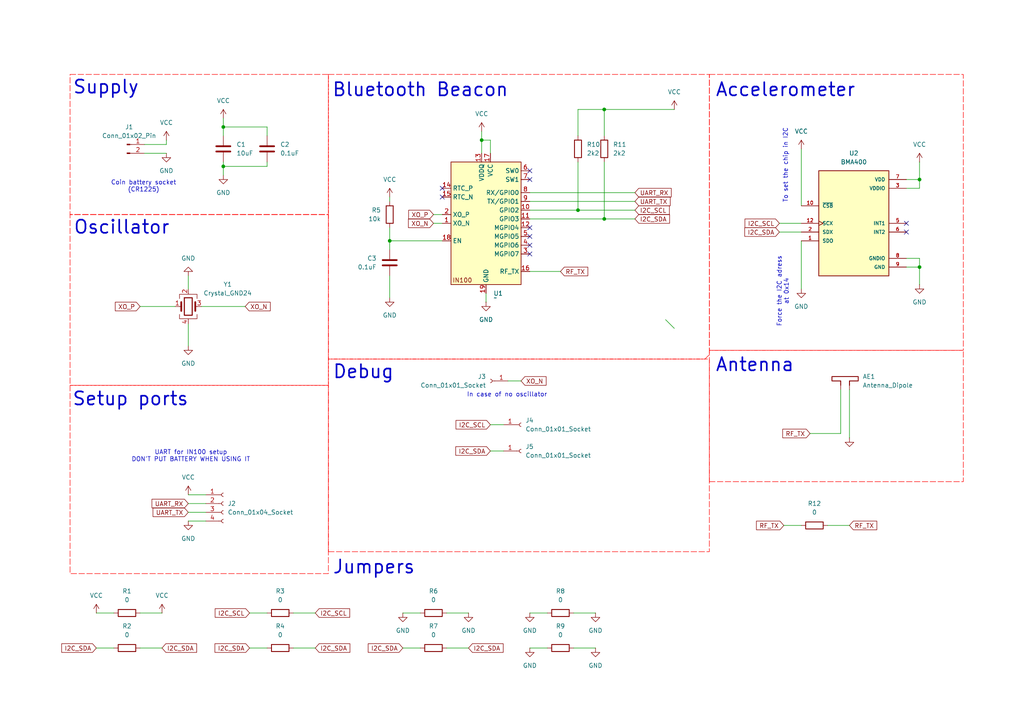
<source format=kicad_sch>
(kicad_sch (version 20250114) (generator "eeschema") (generator_version "9.0")
  (paper "A4")
  (title_block (title "Wearable IN100 with accelerometer") (date "2025-03-04") (rev "0.1.1") (company "EMSE ISMIN - FEL Department"))
  (lib_symbols
    (symbol "BMA400:BMA400" (pin_names (offset 1.016))
      (property "Reference" "U" (at -10.16 16.002 0))
      (property "Value" "BMA400" (at -10.16 -17.78 0))
      (symbol "BMA400_0_0"
        (rectangle (start -10.16 -15.24) (end 10.16 15.24) (stroke (width 0.254)) (fill (type background)))
        (pin input line (at -15.24 5.08 0) (length 5.08) (name "~{CSB}") (number "10"))
        (pin input clock (at -15.24 0 0) (length 5.08) (name "SCX") (number "12"))
        (pin bidirectional line (at -15.24 -2.54 0) (length 5.08) (name "SDX") (number "2"))
        (pin bidirectional line (at -15.24 -5.08 0) (length 5.08) (name "SDO") (number "1"))
        (pin power_in line (at 15.24 12.7 180) (length 5.08) (name "VDD") (number "7"))
        (pin power_in line (at 15.24 10.16 180) (length 5.08) (name "VDDIO") (number "3"))
        (pin bidirectional line (at 15.24 0 180) (length 5.08) (name "INT1") (number "5"))
        (pin bidirectional line (at 15.24 -2.54 180) (length 5.08) (name "INT2") (number "6"))
        (pin power_in line (at 15.24 -10.16 180) (length 5.08) (name "GNDIO") (number "8"))
        (pin power_in line (at 15.24 -12.7 180) (length 5.08) (name "GND") (number "9"))
      )
    )
    (symbol "Connector:Conn_01x01_Socket" (pin_names (offset 1.016) (hide yes))
      (property "Reference" "J" (at 0 2.54 0))
      (property "Value" "Conn_01x01_Socket" (at 0 -2.54 0))
      (symbol "Conn_01x01_Socket_1_1"
        (polyline (pts (xy -1.27 0) (xy -0.508 0)) (stroke (width 0.1524)))
        (arc (start 0 -0.508) (mid -0.5058 0) (end 0 0.508) (stroke (width 0.1524)))
        (pin passive line (at -5.08 0 0) (length 3.81) (name "Pin_1") (number "1"))
      )
    )
    (symbol "Connector:Conn_01x02_Pin" (pin_names (offset 1.016) (hide yes))
      (property "Reference" "J" (at 0 2.54 0))
      (property "Value" "Conn_01x02_Pin" (at 0 -5.08 0))
      (symbol "Conn_01x02_Pin_1_1"
        (rectangle (start 0.8636 0.127) (end 0 -0.127) (stroke (width 0.1524)) (fill (type outline)))
        (rectangle (start 0.8636 -2.413) (end 0 -2.667) (stroke (width 0.1524)) (fill (type outline)))
        (polyline (pts (xy 1.27 0) (xy 0.8636 0)) (stroke (width 0.1524)))
        (polyline (pts (xy 1.27 -2.54) (xy 0.8636 -2.54)) (stroke (width 0.1524)))
        (pin passive line (at 5.08 0 180) (length 3.81) (name "Pin_1") (number "1"))
        (pin passive line (at 5.08 -2.54 180) (length 3.81) (name "Pin_2") (number "2"))
      )
    )
    (symbol "Connector:Conn_01x04_Socket" (pin_names (offset 1.016) (hide yes))
      (property "Reference" "J" (at 0 5.08 0))
      (property "Value" "Conn_01x04_Socket" (at 0 -7.62 0))
      (symbol "Conn_01x04_Socket_1_1"
        (polyline (pts (xy -1.27 2.54) (xy -0.508 2.54)) (stroke (width 0.1524)))
        (polyline (pts (xy -1.27 0) (xy -0.508 0)) (stroke (width 0.1524)))
        (polyline (pts (xy -1.27 -2.54) (xy -0.508 -2.54)) (stroke (width 0.1524)))
        (polyline (pts (xy -1.27 -5.08) (xy -0.508 -5.08)) (stroke (width 0.1524)))
        (arc (start 0 2.032) (mid -0.5058 2.54) (end 0 3.048) (stroke (width 0.1524)))
        (arc (start 0 -0.508) (mid -0.5058 0) (end 0 0.508) (stroke (width 0.1524)))
        (arc (start 0 -3.048) (mid -0.5058 -2.54) (end 0 -2.032) (stroke (width 0.1524)))
        (arc (start 0 -5.588) (mid -0.5058 -5.08) (end 0 -4.572) (stroke (width 0.1524)))
        (pin passive line (at -5.08 2.54 0) (length 3.81) (name "Pin_1") (number "1"))
        (pin passive line (at -5.08 0 0) (length 3.81) (name "Pin_2") (number "2"))
        (pin passive line (at -5.08 -2.54 0) (length 3.81) (name "Pin_3") (number "3"))
        (pin passive line (at -5.08 -5.08 0) (length 3.81) (name "Pin_4") (number "4"))
      )
    )
    (symbol "Device:Antenna_Dipole" (pin_numbers (hide yes)) (pin_names (offset 1.016) (hide yes))
      (property "Reference" "AE" (at 1.27 1.27 0))
      (property "Value" "Antenna_Dipole" (at 1.27 0 0))
      (symbol "Antenna_Dipole_0_1"
        (polyline (pts (xy 2.54 -3.81) (xy 2.54 -2.54) (xy 5.08 -2.54) (xy 5.08 -1.27) (xy -2.54 -1.27) (xy -2.54 -2.54) (xy 0 -2.54) (xy 0 -3.81)) (stroke (width 0.254)))
      )
      (symbol "Antenna_Dipole_1_1"
        (pin input line (at 0 -5.08 90) (length 2.54) (name "~") (number "1"))
        (pin input line (at 2.54 -5.08 90) (length 2.54) (name "~") (number "2"))
      )
    )
    (symbol "Device:C" (pin_numbers (hide yes)) (pin_names (offset 0.254))
      (property "Reference" "C" (at 0.635 2.54 0))
      (property "Value" "C" (at 0.635 -2.54 0))
      (symbol "C_0_1"
        (polyline (pts (xy -2.032 0.762) (xy 2.032 0.762)) (stroke (width 0.508)))
        (polyline (pts (xy -2.032 -0.762) (xy 2.032 -0.762)) (stroke (width 0.508)))
      )
      (symbol "C_1_1"
        (pin passive line (at 0 3.81 270) (length 2.794) (name "~") (number "1"))
        (pin passive line (at 0 -3.81 90) (length 2.794) (name "~") (number "2"))
      )
    )
    (symbol "Device:Crystal_GND24" (pin_names (offset 1.016) (hide yes))
      (property "Reference" "Y" (at 3.175 5.08 0))
      (property "Value" "Crystal_GND24" (at 3.175 3.175 0))
      (symbol "Crystal_GND24_0_1"
        (polyline (pts (xy -2.54 2.286) (xy -2.54 3.556) (xy 2.54 3.556) (xy 2.54 2.286)))
        (polyline (pts (xy -2.54 0) (xy -2.032 0)))
        (polyline (pts (xy -2.54 -2.286) (xy -2.54 -3.556) (xy 2.54 -3.556) (xy 2.54 -2.286)))
        (polyline (pts (xy -2.032 -1.27) (xy -2.032 1.27)) (stroke (width 0.508)))
        (rectangle (start -1.143 2.54) (end 1.143 -2.54) (stroke (width 0.3048)))
        (polyline (pts (xy 0 3.556) (xy 0 3.81)))
        (polyline (pts (xy 0 -3.81) (xy 0 -3.556)))
        (polyline (pts (xy 2.032 0) (xy 2.54 0)))
        (polyline (pts (xy 2.032 -1.27) (xy 2.032 1.27)) (stroke (width 0.508)))
      )
      (symbol "Crystal_GND24_1_1"
        (pin passive line (at -3.81 0 0) (length 1.27) (name "1") (number "1"))
        (pin passive line (at 0 5.08 270) (length 1.27) (name "2") (number "2"))
        (pin passive line (at 0 -5.08 90) (length 1.27) (name "4") (number "4"))
        (pin passive line (at 3.81 0 180) (length 1.27) (name "3") (number "3"))
      )
    )
    (symbol "Device:R" (pin_numbers (hide yes)) (pin_names (offset 0))
      (property "Reference" "R" (at 2.032 0 90))
      (property "Value" "R" (at 0 0 90))
      (symbol "R_0_1"
        (rectangle (start -1.016 -2.54) (end 1.016 2.54) (stroke (width 0.254)))
      )
      (symbol "R_1_1"
        (pin passive line (at 0 3.81 270) (length 1.27) (name "~") (number "1"))
        (pin passive line (at 0 -3.81 90) (length 1.27) (name "~") (number "2"))
      )
    )
    (symbol "IN100_homemade:IN100_homemade"
      (property "Reference" "U" (at 0 0 0))
      (symbol "IN100_homemade_0_1"
        (rectangle (start -10.16 -1.27) (end 10.16 -36.83))
      )
      (symbol "IN100_homemade_1_1"
        (rectangle (start -10.16 -1.27) (end 10.16 -36.83) (fill (type background)))
        (text "IN100" (at -6.858 -35.56 0) (effects (font (size 1.27 1.27))))
        (pin input line (at -12.7 -8.89 0) (length 2.54) (name "RTC_P") (number "14"))
        (pin input line (at -12.7 -11.43 0) (length 2.54) (name "RTC_N") (number "15"))
        (pin input line (at -12.7 -16.51 0) (length 2.54) (name "XO_P") (number "2"))
        (pin input line (at -12.7 -19.05 0) (length 2.54) (name "XO_N") (number "1"))
        (pin input line (at -12.7 -24.13 0) (length 2.54) (name "EN") (number "18"))
        (pin input line (at -1.27 1.27 270) (length 2.54) (name "VDDQ") (number "13"))
        (pin input line (at 0 -39.37 90) (length 2.54) (name "GND") (number "19"))
        (pin input line (at 1.27 1.27 270) (length 2.54) (name "VCC") (number "17"))
        (pin output line (at 12.7 -3.81 180) (length 2.54) (name "SW0") (number "6"))
        (pin output line (at 12.7 -6.35 180) (length 2.54) (name "SW1") (number "7"))
        (pin bidirectional line (at 12.7 -10.16 180) (length 2.54) (name "RX/GPIO0") (number "8"))
        (pin bidirectional line (at 12.7 -12.7 180) (length 2.54) (name "TX/GPIO1") (number "9"))
        (pin bidirectional line (at 12.7 -15.24 180) (length 2.54) (name "GPIO2") (number "10"))
        (pin bidirectional line (at 12.7 -17.78 180) (length 2.54) (name "GPIO3") (number "11"))
        (pin bidirectional line (at 12.7 -20.32 180) (length 2.54) (name "MGPIO4") (number "12"))
        (pin bidirectional line (at 12.7 -22.86 180) (length 2.54) (name "MGPIO5") (number "5"))
        (pin bidirectional line (at 12.7 -25.4 180) (length 2.54) (name "MGPIO6") (number "4"))
        (pin bidirectional line (at 12.7 -27.94 180) (length 2.54) (name "MGPIO7") (number "3"))
        (pin output line (at 12.7 -33.02 180) (length 2.54) (name "RF_TX") (number "16"))
      )
    )
    (symbol "power:GND" (power) (pin_numbers (hide yes)) (pin_names (offset 0) (hide yes))
      (property "Value" "GND" (at 0 -3.81 0))
      (symbol "GND_0_1"
        (polyline (pts (xy 0 0) (xy 0 -1.27) (xy 1.27 -1.27) (xy 0 -2.54) (xy -1.27 -1.27) (xy 0 -1.27)))
      )
      (symbol "GND_1_1"
        (pin power_in line (at 0 0 270) (length 0) (name "~") (number "1"))
      )
    )
    (symbol "power:VCC" (power) (pin_numbers (hide yes)) (pin_names (offset 0) (hide yes))
      (property "Value" "VCC" (at 0 3.556 0))
      (symbol "VCC_0_1"
        (polyline (pts (xy -0.762 1.27) (xy 0 2.54)))
        (polyline (pts (xy 0 2.54) (xy 0.762 1.27)))
        (polyline (pts (xy 0 0) (xy 0 2.54)))
      )
      (symbol "VCC_1_1"
        (pin power_in line (at 0 0 90) (length 0) (name "~") (number "1"))
      )
    )
  )
  (text "Accelerometer\n" (at 227.838 26.162 0) (effects (font (size 3.81 3.81) (thickness 0.4763))))
  (text "In case of no oscillator" (at 147.066 114.554 0) (effects (font (size 1.27 1.27))))
  (text "Debug" (at 105.41 107.95 0) (effects (font (size 3.81 3.81) (thickness 0.4763))))
  (text "Antenna" (at 218.948 105.918 0) (effects (font (size 3.81 3.81) (thickness 0.4763))))
  (text "Supply" (at 30.734 25.4 0) (effects (font (size 3.81 3.81) (thickness 0.4763))))
  (text "Coin battery socket\n(CR1225)\n\n" (at 41.656 55.118 0) (effects (font (size 1.27 1.27))))
  (text "UART for IN100 setup\nDON'T PUT BATTERY WHEN USING IT\n\n" (at 55.372 133.35 0) (effects (font (size 1.27 1.27))))
  (text "Setup ports" (at 37.846 115.824 0) (effects (font (size 3.81 3.81) (thickness 0.4763))))
  (text "Oscillator" (at 35.306 66.04 0) (effects (font (size 3.81 3.81) (thickness 0.4763))))
  (text "Jumpers" (at 108.458 164.592 0) (effects (font (size 3.81 3.81) (thickness 0.4763))))
  (text "To set the chip in I2C\n" (at 227.838 48.006 90) (effects (font (size 1.27 1.27))))
  (text "Bluetooth Beacon\n" (at 121.92 26.162 0) (effects (font (size 3.81 3.81) (thickness 0.4763))))
  (text "Force the I2C adress\nat 0x14" (at 227.076 84.582 90) (effects (font (size 1.27 1.27))))
  (junction (at 64.77 36.83))
  (junction (at 175.26 31.75))
  (junction (at 64.77 48.26))
  (junction (at 266.7 77.47))
  (junction (at 175.26 63.5))
  (junction (at 139.7 40.64))
  (junction (at 266.7 52.07))
  (junction (at 113.03 69.85))
  (junction (at 167.64 60.96))
  (no_connect (at 153.67 66.04))
  (no_connect (at 128.27 57.15))
  (no_connect (at 153.67 52.07))
  (no_connect (at 153.67 68.58))
  (no_connect (at 262.89 67.31))
  (no_connect (at 153.67 49.53))
  (no_connect (at 153.67 73.66))
  (no_connect (at 262.89 64.77))
  (no_connect (at 153.67 71.12))
  (no_connect (at 128.27 54.61))
  (bus_entry (at 193.04 92.71) (size 2.54 2.54))
  (wire (pts (xy 91.44 187.96) (xy 85.09 187.96)))
  (wire (pts (xy 64.77 48.26) (xy 77.47 48.26)))
  (wire (pts (xy 266.7 77.47) (xy 262.89 77.47)))
  (wire (pts (xy 41.91 44.45) (xy 48.26 44.45)))
  (wire (pts (xy 266.7 52.07) (xy 262.89 52.07)))
  (wire (pts (xy 266.7 82.55) (xy 266.7 77.47)))
  (wire (pts (xy 246.38 113.03) (xy 246.38 127)))
  (wire (pts (xy 58.42 88.9) (xy 71.12 88.9)))
  (wire (pts (xy 113.03 69.85) (xy 128.27 69.85)))
  (wire (pts (xy 48.26 41.91) (xy 41.91 41.91)))
  (wire (pts (xy 27.94 187.96) (xy 33.02 187.96)))
  (wire (pts (xy 54.61 93.98) (xy 54.61 100.33)))
  (wire (pts (xy 153.67 187.96) (xy 158.75 187.96)))
  (wire (pts (xy 139.7 40.64) (xy 139.7 44.45)))
  (wire (pts (xy 232.41 43.18) (xy 232.41 59.69)))
  (wire (pts (xy 72.39 177.8) (xy 77.47 177.8)))
  (wire (pts (xy 142.24 130.81) (xy 146.05 130.81)))
  (wire (pts (xy 151.13 110.49) (xy 147.32 110.49)))
  (wire (pts (xy 142.24 123.19) (xy 146.05 123.19)))
  (wire (pts (xy 226.06 67.31) (xy 232.41 67.31)))
  (wire (pts (xy 64.77 36.83) (xy 64.77 39.37)))
  (wire (pts (xy 77.47 36.83) (xy 77.47 39.37)))
  (wire (pts (xy 46.99 187.96) (xy 40.64 187.96)))
  (wire (pts (xy 116.84 187.96) (xy 121.92 187.96)))
  (wire (pts (xy 167.64 31.75) (xy 167.64 39.37)))
  (wire (pts (xy 262.89 54.61) (xy 266.7 54.61)))
  (wire (pts (xy 113.03 57.15) (xy 113.03 58.42)))
  (wire (pts (xy 54.61 151.13) (xy 59.69 151.13)))
  (wire (pts (xy 167.64 46.99) (xy 167.64 60.96)))
  (wire (pts (xy 153.67 63.5) (xy 175.26 63.5)))
  (wire (pts (xy 153.67 177.8) (xy 158.75 177.8)))
  (wire (pts (xy 116.84 177.8) (xy 121.92 177.8)))
  (wire (pts (xy 167.64 60.96) (xy 184.15 60.96)))
  (wire (pts (xy 64.77 36.83) (xy 77.47 36.83)))
  (wire (pts (xy 140.97 85.09) (xy 140.97 87.63)))
  (wire (pts (xy 175.26 46.99) (xy 175.26 63.5)))
  (wire (pts (xy 153.67 55.88) (xy 184.15 55.88)))
  (wire (pts (xy 139.7 40.64) (xy 142.24 40.64)))
  (wire (pts (xy 113.03 80.01) (xy 113.03 86.36)))
  (wire (pts (xy 172.72 177.8) (xy 166.37 177.8)))
  (wire (pts (xy 113.03 69.85) (xy 113.03 72.39)))
  (wire (pts (xy 125.73 64.77) (xy 128.27 64.77)))
  (wire (pts (xy 77.47 48.26) (xy 77.47 46.99)))
  (wire (pts (xy 172.72 187.96) (xy 166.37 187.96)))
  (wire (pts (xy 226.06 64.77) (xy 232.41 64.77)))
  (wire (pts (xy 262.89 74.93) (xy 266.7 74.93)))
  (wire (pts (xy 142.24 40.64) (xy 142.24 44.45)))
  (wire (pts (xy 135.89 177.8) (xy 129.54 177.8)))
  (wire (pts (xy 153.67 78.74) (xy 162.56 78.74)))
  (wire (pts (xy 64.77 34.29) (xy 64.77 36.83)))
  (wire (pts (xy 125.73 62.23) (xy 128.27 62.23)))
  (wire (pts (xy 153.67 60.96) (xy 167.64 60.96)))
  (wire (pts (xy 175.26 31.75) (xy 195.58 31.75)))
  (wire (pts (xy 72.39 187.96) (xy 77.47 187.96)))
  (wire (pts (xy 27.94 177.8) (xy 33.02 177.8)))
  (wire (pts (xy 54.61 143.51) (xy 59.69 143.51)))
  (wire (pts (xy 175.26 31.75) (xy 175.26 39.37)))
  (wire (pts (xy 135.89 187.96) (xy 129.54 187.96)))
  (wire (pts (xy 139.7 38.1) (xy 139.7 40.64)))
  (wire (pts (xy 54.61 146.05) (xy 59.69 146.05)))
  (wire (pts (xy 232.41 69.85) (xy 232.41 83.82)))
  (wire (pts (xy 266.7 46.99) (xy 266.7 52.07)))
  (wire (pts (xy 46.99 177.8) (xy 40.64 177.8)))
  (wire (pts (xy 266.7 77.47) (xy 266.7 74.93)))
  (wire (pts (xy 266.7 54.61) (xy 266.7 52.07)))
  (wire (pts (xy 243.84 113.03) (xy 243.84 125.73)))
  (wire (pts (xy 91.44 177.8) (xy 85.09 177.8)))
  (wire (pts (xy 234.95 125.73) (xy 243.84 125.73)))
  (wire (pts (xy 64.77 46.99) (xy 64.77 48.26)))
  (wire (pts (xy 54.61 148.59) (xy 59.69 148.59)))
  (wire (pts (xy 153.67 58.42) (xy 184.15 58.42)))
  (wire (pts (xy 54.61 80.01) (xy 54.61 83.82)))
  (wire (pts (xy 113.03 66.04) (xy 113.03 69.85)))
  (wire (pts (xy 64.77 48.26) (xy 64.77 50.8)))
  (wire (pts (xy 48.26 40.64) (xy 48.26 41.91)))
  (wire (pts (xy 40.64 88.9) (xy 50.8 88.9)))
  (wire (pts (xy 246.38 152.4) (xy 240.03 152.4)))
  (wire (pts (xy 227.33 152.4) (xy 232.41 152.4)))
  (wire (pts (xy 167.64 31.75) (xy 175.26 31.75)))
  (wire (pts (xy 175.26 63.5) (xy 184.15 63.5)))
  (global_label "RF_TX" (shape input) (at 227.33 152.4 180) (property "Intersheetrefs" "${INTERSHEET_REFS}" (effects (hide yes))))
  (global_label "I2C_SDA" (shape input) (at 184.15 63.5 0) (property "Intersheetrefs" "${INTERSHEET_REFS}" (effects (hide yes))))
  (global_label "XO_P" (shape input) (at 125.73 62.23 180) (property "Intersheetrefs" "${INTERSHEET_REFS}" (effects (hide yes))))
  (global_label "RF_TX" (shape input) (at 234.95 125.73 180) (property "Intersheetrefs" "${INTERSHEET_REFS}" (effects (hide yes))))
  (global_label "XO_P" (shape input) (at 40.64 88.9 180) (property "Intersheetrefs" "${INTERSHEET_REFS}" (effects (hide yes))))
  (global_label "I2C_SDA" (shape input) (at 142.24 130.81 180) (property "Intersheetrefs" "${INTERSHEET_REFS}" (effects (hide yes))))
  (global_label "XO_N" (shape input) (at 125.73 64.77 180) (property "Intersheetrefs" "${INTERSHEET_REFS}" (effects (hide yes))))
  (global_label "UART_RX" (shape input) (at 184.15 55.88 0) (property "Intersheetrefs" "${INTERSHEET_REFS}" (effects (hide yes))))
  (global_label "I2C_SDA" (shape input) (at 27.94 187.96 180) (property "Intersheetrefs" "${INTERSHEET_REFS}" (effects (hide yes))))
  (global_label "UART_TX" (shape input) (at 54.61 148.59 180) (property "Intersheetrefs" "${INTERSHEET_REFS}" (effects (hide yes))))
  (global_label "XO_N" (shape input) (at 71.12 88.9 0) (property "Intersheetrefs" "${INTERSHEET_REFS}" (effects (hide yes))))
  (global_label "RF_TX" (shape input) (at 246.38 152.4 0) (property "Intersheetrefs" "${INTERSHEET_REFS}" (effects (hide yes))))
  (global_label "XO_N" (shape input) (at 151.13 110.49 0) (property "Intersheetrefs" "${INTERSHEET_REFS}" (effects (hide yes))))
  (global_label "RF_TX" (shape input) (at 162.56 78.74 0) (property "Intersheetrefs" "${INTERSHEET_REFS}" (effects (hide yes))))
  (global_label "I2C_SDA" (shape input) (at 116.84 187.96 180) (property "Intersheetrefs" "${INTERSHEET_REFS}" (effects (hide yes))))
  (global_label "I2C_SCL" (shape input) (at 91.44 177.8 0) (property "Intersheetrefs" "${INTERSHEET_REFS}" (effects (hide yes))))
  (global_label "I2C_SDA" (shape input) (at 72.39 187.96 180) (property "Intersheetrefs" "${INTERSHEET_REFS}" (effects (hide yes))))
  (global_label "I2C_SDA" (shape input) (at 226.06 67.31 180) (property "Intersheetrefs" "${INTERSHEET_REFS}" (effects (hide yes))))
  (global_label "UART_TX" (shape input) (at 184.15 58.42 0) (property "Intersheetrefs" "${INTERSHEET_REFS}" (effects (hide yes))))
  (global_label "I2C_SCL" (shape input) (at 72.39 177.8 180) (property "Intersheetrefs" "${INTERSHEET_REFS}" (effects (hide yes))))
  (global_label "I2C_SDA" (shape input) (at 46.99 187.96 0) (property "Intersheetrefs" "${INTERSHEET_REFS}" (effects (hide yes))))
  (global_label "I2C_SCL" (shape input) (at 142.24 123.19 180) (property "Intersheetrefs" "${INTERSHEET_REFS}" (effects (hide yes))))
  (global_label "I2C_SCL" (shape input) (at 226.06 64.77 180) (property "Intersheetrefs" "${INTERSHEET_REFS}" (effects (hide yes))))
  (global_label "I2C_SCL" (shape input) (at 184.15 60.96 0) (property "Intersheetrefs" "${INTERSHEET_REFS}" (effects (hide yes))))
  (global_label "I2C_SDA" (shape input) (at 135.89 187.96 0) (property "Intersheetrefs" "${INTERSHEET_REFS}" (effects (hide yes))))
  (global_label "I2C_SDA" (shape input) (at 91.44 187.96 0) (property "Intersheetrefs" "${INTERSHEET_REFS}" (effects (hide yes))))
  (global_label "UART_RX" (shape input) (at 54.61 146.05 180) (property "Intersheetrefs" "${INTERSHEET_REFS}" (effects (hide yes))))
  (rule_area (polyline (pts (xy 20.32 111.76) (xy 20.32 166.37) (xy 95.25 166.37) (xy 95.25 111.76)) (stroke (width 0) (type dash))))
  (rule_area (polyline (pts (xy 205.74 21.59) (xy 279.4 21.59) (xy 279.4 101.6) (xy 205.74 101.6)) (stroke (width 0) (type dash))))
  (rule_area (polyline (pts (xy 95.25 160.02) (xy 205.74 160.02) (xy 205.74 104.14) (xy 95.25 104.14)) (stroke (width 0) (type dash))))
  (rule_area (polyline (pts (xy 95.25 111.76) (xy 20.32 111.76) (xy 20.32 62.23) (xy 95.25 62.23)) (stroke (width 0) (type dash))))
  (rule_area (polyline (pts (xy 20.32 21.59) (xy 95.25 21.59) (xy 95.25 62.23) (xy 20.32 62.23)) (stroke (width 0) (type dash))))
  (rule_area (polyline (pts (xy 205.74 139.7) (xy 279.4 139.7) (xy 279.4 101.6) (xy 205.74 101.6)) (stroke (width 0) (type dash))))
  (rule_area (polyline (pts (xy 95.25 21.59) (xy 205.74 21.59) (xy 205.74 102.87) (xy 204.47 104.14) (xy 95.25 104.14)) (stroke (width 0) (type dash))))
  (symbol (lib_id "power:VCC") (at 195.58 31.75 0) (unit 1)
    (property "Reference" "#PWR021" (effects (hide yes)))
    (property "Value" "VCC" (at 195.58 26.67 0))
    (property "Description" "Power symbol creates a global label with name \"VCC\"" (effects (hide yes)))
  )
  (symbol (lib_id "power:VCC") (at 46.99 177.8 0) (unit 1)
    (property "Reference" "#PWR02" (effects (hide yes)))
    (property "Value" "VCC" (at 46.99 172.72 0))
    (property "Description" "Power symbol creates a global label with name \"VCC\"" (effects (hide yes)))
  )
  (symbol (lib_id "Device:R") (at 36.83 187.96 90) (unit 1)
    (property "Reference" "R2" (at 36.83 181.61 90))
    (property "Value" "0" (at 36.83 184.15 90))
    (property "Footprint" "Resistor_SMD:R_1206_3216Metric" (effects (hide yes)))
    (property "Description" "Resistor" (effects (hide yes)))
  )
  (symbol (lib_id "Device:R") (at 162.56 187.96 90) (unit 1)
    (property "Reference" "R9" (at 162.56 181.61 90))
    (property "Value" "0" (at 162.56 184.15 90))
    (property "Footprint" "Resistor_SMD:R_1206_3216Metric" (effects (hide yes)))
    (property "Description" "Resistor" (effects (hide yes)))
  )
  (symbol (lib_id "Device:R") (at 36.83 177.8 90) (unit 1)
    (property "Reference" "R1" (at 36.83 171.45 90))
    (property "Value" "0" (at 36.83 173.99 90))
    (property "Footprint" "Resistor_SMD:R_1206_3216Metric" (effects (hide yes)))
    (property "Description" "Resistor" (effects (hide yes)))
  )
  (symbol (lib_id "power:GND") (at 64.77 50.8 0) (unit 1)
    (property "Reference" "#PWR010" (effects (hide yes)))
    (property "Value" "GND" (at 64.77 55.88 0))
    (property "Description" "Power symbol creates a global label with name \"GND\" , ground" (effects (hide yes)))
  )
  (symbol (lib_id "power:GND") (at 113.03 86.36 0) (unit 1)
    (property "Reference" "#PWR012" (effects (hide yes)))
    (property "Value" "GND" (at 113.03 91.44 0))
    (property "Description" "Power symbol creates a global label with name \"GND\" , ground" (effects (hide yes)))
  )
  (symbol (lib_id "power:GND") (at 54.61 80.01 180) (unit 1)
    (property "Reference" "#PWR05" (effects (hide yes)))
    (property "Value" "GND" (at 54.61 74.93 0))
    (property "Description" "Power symbol creates a global label with name \"GND\" , ground" (effects (hide yes)))
  )
  (symbol (lib_id "Device:R") (at 81.28 177.8 90) (unit 1)
    (property "Reference" "R3" (at 81.28 171.45 90))
    (property "Value" "0" (at 81.28 173.99 90))
    (property "Footprint" "Resistor_SMD:R_1206_3216Metric" (effects (hide yes)))
    (property "Description" "Resistor" (effects (hide yes)))
  )
  (symbol (lib_id "Device:R") (at 125.73 177.8 90) (unit 1)
    (property "Reference" "R6" (at 125.73 171.45 90))
    (property "Value" "0" (at 125.73 173.99 90))
    (property "Footprint" "Resistor_SMD:R_1206_3216Metric" (effects (hide yes)))
    (property "Description" "Resistor" (effects (hide yes)))
  )
  (symbol (lib_id "power:GND") (at 135.89 177.8 0) (unit 1)
    (property "Reference" "#PWR014" (effects (hide yes)))
    (property "Value" "GND" (at 135.89 182.88 0))
    (property "Description" "Power symbol creates a global label with name \"GND\" , ground" (effects (hide yes)))
  )
  (symbol (lib_id "power:VCC") (at 266.7 46.99 0) (unit 1)
    (property "Reference" "#PWR026" (effects (hide yes)))
    (property "Value" "VCC" (at 266.7 41.91 0))
    (property "Description" "Power symbol creates a global label with name \"VCC\"" (effects (hide yes)))
  )
  (symbol (lib_id "Device:C") (at 77.47 43.18 0) (unit 1)
    (property "Reference" "C2" (at 81.28 41.9099 0) (effects (justify left)))
    (property "Value" "0.1uF" (at 81.28 44.4499 0) (effects (justify left)))
    (property "Footprint" "Capacitor_SMD:C_1206_3216Metric_Pad1.33x1.80mm_HandSolder" (effects (hide yes)))
    (property "Description" "Unpolarized capacitor" (effects (hide yes)))
  )
  (symbol (lib_id "power:GND") (at 153.67 177.8 0) (unit 1)
    (property "Reference" "#PWR017" (effects (hide yes)))
    (property "Value" "GND" (at 153.67 182.88 0))
    (property "Description" "Power symbol creates a global label with name \"GND\" , ground" (effects (hide yes)))
  )
  (symbol (lib_id "Device:R") (at 175.26 43.18 0) (unit 1)
    (property "Reference" "R11" (at 177.8 41.9099 0) (effects (justify left)))
    (property "Value" "2k2" (at 177.8 44.4499 0) (effects (justify left)))
    (property "Footprint" "Resistor_SMD:R_1206_3216Metric" (effects (hide yes)))
    (property "Description" "Resistor" (effects (hide yes)))
  )
  (symbol (lib_id "Connector:Conn_01x01_Socket") (at 151.13 123.19 0) (unit 1)
    (property "Reference" "J4" (at 152.4 121.9199 0) (effects (justify left)))
    (property "Value" "Conn_01x01_Socket" (at 152.4 124.4599 0) (effects (justify left)))
    (property "Footprint" "TestPoint:TestPoint_Loop_D2.54mm_Drill1.5mm_Beaded" (effects (hide yes)))
    (property "Description" "Generic connector, single row, 01x01, script generated" (effects (hide yes)))
  )
  (symbol (lib_id "power:GND") (at 232.41 83.82 0) (unit 1)
    (property "Reference" "#PWR024" (effects (hide yes)))
    (property "Value" "GND" (at 232.41 88.9 0))
    (property "Description" "Power symbol creates a global label with name \"GND\" , ground" (effects (hide yes)))
  )
  (symbol (lib_id "power:GND") (at 140.97 87.63 0) (unit 1)
    (property "Reference" "#PWR016" (effects (hide yes)))
    (property "Value" "GND" (at 140.97 92.71 0))
    (property "Description" "Power symbol creates a global label with name \"GND\" , ground" (effects (hide yes)))
  )
  (symbol (lib_id "power:GND") (at 153.67 187.96 0) (unit 1)
    (property "Reference" "#PWR018" (effects (hide yes)))
    (property "Value" "GND" (at 153.67 193.04 0))
    (property "Description" "Power symbol creates a global label with name \"GND\" , ground" (effects (hide yes)))
  )
  (symbol (lib_id "Device:R") (at 113.03 62.23 0) (mirror y) (unit 1)
    (property "Reference" "R5" (at 110.49 60.9599 0) (effects (justify left)))
    (property "Value" "10k" (at 110.49 63.4999 0) (effects (justify left)))
    (property "Footprint" "Resistor_SMD:R_1206_3216Metric" (effects (hide yes)))
    (property "Description" "Resistor" (effects (hide yes)))
  )
  (symbol (lib_id "Connector:Conn_01x01_Socket") (at 151.13 130.81 0) (unit 1)
    (property "Reference" "J5" (at 152.4 129.5399 0) (effects (justify left)))
    (property "Value" "Conn_01x01_Socket" (at 152.4 132.0799 0) (effects (justify left)))
    (property "Footprint" "TestPoint:TestPoint_Loop_D2.54mm_Drill1.5mm_Beaded" (effects (hide yes)))
    (property "Description" "Generic connector, single row, 01x01, script generated" (effects (hide yes)))
  )
  (symbol (lib_id "power:GND") (at 54.61 151.13 0) (unit 1)
    (property "Reference" "#PWR08" (effects (hide yes)))
    (property "Value" "GND" (at 54.61 156.21 0))
    (property "Description" "Power symbol creates a global label with name \"GND\" , ground" (effects (hide yes)))
  )
  (symbol (lib_id "power:VCC") (at 48.26 40.64 0) (unit 1)
    (property "Reference" "#PWR03" (effects (hide yes)))
    (property "Value" "VCC" (at 48.26 35.56 0))
    (property "Description" "Power symbol creates a global label with name \"VCC\"" (effects (hide yes)))
  )
  (symbol (lib_id "power:GND") (at 48.26 44.45 0) (unit 1)
    (property "Reference" "#PWR04" (effects (hide yes)))
    (property "Value" "GND" (at 48.26 49.53 0))
    (property "Description" "Power symbol creates a global label with name \"GND\" , ground" (effects (hide yes)))
  )
  (symbol (lib_id "power:VCC") (at 232.41 43.18 0) (unit 1)
    (property "Reference" "#PWR023" (effects (hide yes)))
    (property "Value" "VCC" (at 232.41 38.1 0))
    (property "Description" "Power symbol creates a global label with name \"VCC\"" (effects (hide yes)))
  )
  (symbol (lib_id "Device:R") (at 167.64 43.18 0) (unit 1)
    (property "Reference" "R10" (at 170.18 41.9099 0) (effects (justify left)))
    (property "Value" "2k2" (at 170.18 44.4499 0) (effects (justify left)))
    (property "Footprint" "Resistor_SMD:R_1206_3216Metric" (effects (hide yes)))
    (property "Description" "Resistor" (effects (hide yes)))
  )
  (symbol (lib_id "Device:C") (at 113.03 76.2 0) (mirror y) (unit 1)
    (property "Reference" "C3" (at 109.22 74.9299 0) (effects (justify left)))
    (property "Value" "0.1uF" (at 109.22 77.4699 0) (effects (justify left)))
    (property "Footprint" "Capacitor_SMD:C_1206_3216Metric_Pad1.33x1.80mm_HandSolder" (effects (hide yes)))
    (property "Description" "Unpolarized capacitor" (effects (hide yes)))
  )
  (symbol (lib_id "power:GND") (at 172.72 177.8 0) (unit 1)
    (property "Reference" "#PWR019" (effects (hide yes)))
    (property "Value" "GND" (at 172.72 182.88 0))
    (property "Description" "Power symbol creates a global label with name \"GND\" , ground" (effects (hide yes)))
  )
  (symbol (lib_id "Device:R") (at 236.22 152.4 90) (unit 1)
    (property "Reference" "R12" (at 236.22 146.05 90))
    (property "Value" "0" (at 236.22 148.59 90))
    (property "Footprint" "Resistor_SMD:R_1206_3216Metric" (effects (hide yes)))
    (property "Description" "Resistor" (effects (hide yes)))
  )
  (symbol (lib_id "power:VCC") (at 113.03 57.15 0) (unit 1)
    (property "Reference" "#PWR011" (effects (hide yes)))
    (property "Value" "VCC" (at 113.03 52.07 0))
    (property "Description" "Power symbol creates a global label with name \"VCC\"" (effects (hide yes)))
  )
  (symbol (lib_id "power:GND") (at 116.84 177.8 0) (unit 1)
    (property "Reference" "#PWR013" (effects (hide yes)))
    (property "Value" "GND" (at 116.84 182.88 0))
    (property "Description" "Power symbol creates a global label with name \"GND\" , ground" (effects (hide yes)))
  )
  (symbol (lib_id "power:VCC") (at 54.61 143.51 0) (unit 1)
    (property "Reference" "#PWR07" (effects (hide yes)))
    (property "Value" "VCC" (at 54.61 138.43 0))
    (property "Description" "Power symbol creates a global label with name \"VCC\"" (effects (hide yes)))
  )
  (symbol (lib_id "power:GND") (at 246.38 127 0) (unit 1)
    (property "Reference" "#PWR025" (effects (hide yes)))
    (property "Value" "GND" (effects (hide yes)))
    (property "Description" "Power symbol creates a global label with name \"GND\" , ground" (effects (hide yes)))
  )
  (symbol (lib_id "Device:Crystal_GND24") (at 54.61 88.9 0) (unit 1)
    (property "Reference" "Y1" (at 66.04 82.4798 0))
    (property "Value" "Crystal_GND24" (at 66.04 85.0198 0))
    (property "Footprint" "Crystal:Crystal_SMD_2016-4Pin_2.0x1.6mm" (effects (hide yes)))
    (property "Description" "Four pin crystal, GND on pins 2 and 4" (effects (hide yes)))
  )
  (symbol (lib_id "Device:R") (at 125.73 187.96 90) (unit 1)
    (property "Reference" "R7" (at 125.73 181.61 90))
    (property "Value" "0" (at 125.73 184.15 90))
    (property "Footprint" "Resistor_SMD:R_1206_3216Metric" (effects (hide yes)))
    (property "Description" "Resistor" (effects (hide yes)))
  )
  (symbol (lib_id "Connector:Conn_01x02_Pin") (at 36.83 41.91 0) (unit 1)
    (property "Reference" "J1" (at 37.465 36.83 0))
    (property "Value" "Conn_01x02_Pin" (at 37.465 39.37 0))
    (property "Footprint" "Connector_PinSocket_2.54mm:PinSocket_1x02_P2.54mm_Vertical" (effects (hide yes)))
    (property "Description" "Generic connector, single row, 01x02, script generated" (effects (hide yes)))
  )
  (symbol (lib_id "Device:R") (at 162.56 177.8 90) (unit 1)
    (property "Reference" "R8" (at 162.56 171.45 90))
    (property "Value" "0" (at 162.56 173.99 90))
    (property "Footprint" "Resistor_SMD:R_1206_3216Metric" (effects (hide yes)))
    (property "Description" "Resistor" (effects (hide yes)))
  )
  (symbol (lib_id "power:VCC") (at 64.77 34.29 0) (unit 1)
    (property "Reference" "#PWR09" (effects (hide yes)))
    (property "Value" "VCC" (at 64.77 29.21 0))
    (property "Description" "Power symbol creates a global label with name \"VCC\"" (effects (hide yes)))
  )
  (symbol (lib_id "Device:C") (at 64.77 43.18 0) (unit 1)
    (property "Reference" "C1" (at 68.58 41.9099 0) (effects (justify left)))
    (property "Value" "10uF" (at 68.58 44.4499 0) (effects (justify left)))
    (property "Footprint" "Capacitor_SMD:C_1206_3216Metric_Pad1.33x1.80mm_HandSolder" (effects (hide yes)))
    (property "Description" "Unpolarized capacitor" (effects (hide yes)))
  )
  (symbol (lib_id "Connector:Conn_01x04_Socket") (at 64.77 146.05 0) (unit 1)
    (property "Reference" "J2" (at 66.04 146.0499 0) (effects (justify left)))
    (property "Value" "Conn_01x04_Socket" (at 66.04 148.5899 0) (effects (justify left)))
    (property "Footprint" "Connector_PinSocket_2.54mm:PinSocket_1x04_P2.54mm_Vertical" (effects (hide yes)))
    (property "Description" "Generic connector, single row, 01x04, script generated" (effects (hide yes)))
  )
  (symbol (lib_id "Device:R") (at 81.28 187.96 90) (unit 1)
    (property "Reference" "R4" (at 81.28 181.61 90))
    (property "Value" "0" (at 81.28 184.15 90))
    (property "Footprint" "Resistor_SMD:R_1206_3216Metric" (effects (hide yes)))
    (property "Description" "Resistor" (effects (hide yes)))
  )
  (symbol (lib_id "Device:Antenna_Dipole") (at 243.84 107.95 0) (unit 1)
    (property "Reference" "AE1" (at 250.19 109.2199 0) (effects (justify left)))
    (property "Value" "Antenna_Dipole" (at 250.19 111.7599 0) (effects (justify left)))
    (property "Footprint" "RF_Antenna:Texas_SWRA117D_2.4GHz_Right" (effects (hide yes)))
    (property "Description" "Dipole antenna" (effects (hide yes)))
  )
  (symbol (lib_id "power:GND") (at 54.61 100.33 0) (unit 1)
    (property "Reference" "#PWR06" (effects (hide yes)))
    (property "Value" "GND" (at 54.61 105.41 0))
    (property "Description" "Power symbol creates a global label with name \"GND\" , ground" (effects (hide yes)))
  )
  (symbol (lib_id "power:VCC") (at 139.7 38.1 0) (unit 1)
    (property "Reference" "#PWR015" (effects (hide yes)))
    (property "Value" "VCC" (at 139.7 33.02 0))
    (property "Description" "Power symbol creates a global label with name \"VCC\"" (effects (hide yes)))
  )
  (symbol (lib_id "Connector:Conn_01x01_Socket") (at 142.24 110.49 0) (mirror y) (unit 1)
    (property "Reference" "J3" (at 140.97 109.2199 0) (effects (justify left)))
    (property "Value" "Conn_01x01_Socket" (at 140.97 111.7599 0) (effects (justify left)))
    (property "Footprint" "TestPoint:TestPoint_Loop_D2.54mm_Drill1.5mm_Beaded" (effects (hide yes)))
    (property "Description" "Generic connector, single row, 01x01, script generated" (effects (hide yes)))
  )
  (symbol (lib_id "BMA400:BMA400") (at 247.65 64.77 0) (unit 1)
    (property "Reference" "U2" (at 247.65 44.45 0))
    (property "Value" "BMA400" (at 247.65 46.99 0))
    (property "Footprint" "BMA400:XDCR_BMA400" (effects (hide yes)))
    (property "DigiKey_Part_Number" "828-1081-2-ND" (effects (hide yes)))
    (property "MF" "Bosch Sensortec" (effects (hide yes)))
    (property "DESCRIPTION" "Accelerometer X, Y, Z Axis ±2g, 4g, 8g, 16g 12-LGA _2x2_" (effects (hide yes)))
    (property "PACKAGE" "LGA-12 Bosch Tools" (effects (hide yes)))
    (property "PRICE" "None" (effects (hide yes)))
    (property "Package" "LGA-12 Bosch Tools" (effects (hide yes)))
    (property "Check_prices" "https://www.snapeda.com/parts/BMA400/Bosch/view-part/?ref=eda" (effects (hide yes)))
    (property "SnapEDA_Link" "https://www.snapeda.com/parts/BMA400/Bosch/view-part/?ref=snap" (effects (hide yes)))
    (property "MP" "BMA400" (effects (hide yes)))
    (property "AVAILABILITY" "Unavailable" (effects (hide yes)))
    (property "Description_1" "Accelerometer X, Y, Z Axis ±2g, 4g, 8g, 16g - 12-LGA (2x2)" (effects (hide yes)))
  )
  (symbol (lib_id "power:GND") (at 266.7 82.55 0) (unit 1)
    (property "Reference" "#PWR027" (effects (hide yes)))
    (property "Value" "GND" (at 266.7 87.63 0))
    (property "Description" "Power symbol creates a global label with name \"GND\" , ground" (effects (hide yes)))
  )
  (symbol (lib_id "IN100_homemade:IN100_homemade") (at 140.97 45.72 0) (unit 1)
    (property "Reference" "U1" (at 143.1133 85.09 0) (effects (justify left)))
    (property "Value" "~" (at 143.1133 86.36 0) (effects (justify left)))
    (property "Footprint" "IN100:QFN19P40_300X300X80L35X20T170X150N" (effects (hide yes)))
  )
  (symbol (lib_id "power:VCC") (at 27.94 177.8 0) (unit 1)
    (property "Reference" "#PWR01" (effects (hide yes)))
    (property "Value" "VCC" (at 27.94 172.72 0))
    (property "Description" "Power symbol creates a global label with name \"VCC\"" (effects (hide yes)))
  )
  (symbol (lib_id "power:GND") (at 172.72 187.96 0) (unit 1)
    (property "Reference" "#PWR020" (effects (hide yes)))
    (property "Value" "GND" (at 172.72 193.04 0))
    (property "Description" "Power symbol creates a global label with name \"GND\" , ground" (effects (hide yes)))
  )
)
</source>
